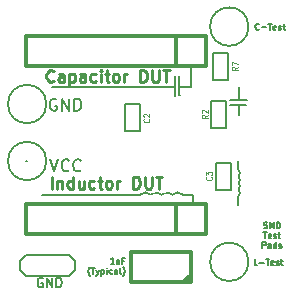
<source format=gto>
G04 (created by PCBNEW (2013-07-07 BZR 4022)-stable) date 2/2/2014 1:41:28 AM*
%MOIN*%
G04 Gerber Fmt 3.4, Leading zero omitted, Abs format*
%FSLAX34Y34*%
G01*
G70*
G90*
G04 APERTURE LIST*
%ADD10C,0.00590551*%
%ADD11C,0.005*%
%ADD12C,0.00984252*%
%ADD13C,0.00787402*%
%ADD14C,0.012*%
%ADD15C,0.008*%
%ADD16C,0.0045*%
%ADD17C,0.006*%
G04 APERTURE END LIST*
G54D10*
G54D11*
X84108Y-64631D02*
X84137Y-64640D01*
X84184Y-64640D01*
X84203Y-64631D01*
X84213Y-64621D01*
X84222Y-64602D01*
X84222Y-64583D01*
X84213Y-64564D01*
X84203Y-64555D01*
X84184Y-64545D01*
X84146Y-64536D01*
X84127Y-64526D01*
X84118Y-64517D01*
X84108Y-64498D01*
X84108Y-64479D01*
X84118Y-64460D01*
X84127Y-64450D01*
X84146Y-64440D01*
X84194Y-64440D01*
X84222Y-64450D01*
X84308Y-64640D02*
X84308Y-64440D01*
X84375Y-64583D01*
X84441Y-64440D01*
X84441Y-64640D01*
X84537Y-64640D02*
X84537Y-64440D01*
X84584Y-64440D01*
X84613Y-64450D01*
X84632Y-64469D01*
X84641Y-64488D01*
X84651Y-64526D01*
X84651Y-64555D01*
X84641Y-64593D01*
X84632Y-64612D01*
X84613Y-64631D01*
X84584Y-64640D01*
X84537Y-64640D01*
X84099Y-64770D02*
X84213Y-64770D01*
X84156Y-64970D02*
X84156Y-64770D01*
X84356Y-64961D02*
X84337Y-64970D01*
X84299Y-64970D01*
X84280Y-64961D01*
X84270Y-64942D01*
X84270Y-64866D01*
X84280Y-64847D01*
X84299Y-64837D01*
X84337Y-64837D01*
X84356Y-64847D01*
X84365Y-64866D01*
X84365Y-64885D01*
X84270Y-64904D01*
X84441Y-64961D02*
X84460Y-64970D01*
X84499Y-64970D01*
X84518Y-64961D01*
X84527Y-64942D01*
X84527Y-64932D01*
X84518Y-64913D01*
X84499Y-64904D01*
X84470Y-64904D01*
X84451Y-64894D01*
X84441Y-64875D01*
X84441Y-64866D01*
X84451Y-64847D01*
X84470Y-64837D01*
X84499Y-64837D01*
X84518Y-64847D01*
X84584Y-64837D02*
X84660Y-64837D01*
X84613Y-64770D02*
X84613Y-64942D01*
X84622Y-64961D01*
X84641Y-64970D01*
X84660Y-64970D01*
X84065Y-65300D02*
X84065Y-65100D01*
X84141Y-65100D01*
X84160Y-65110D01*
X84170Y-65120D01*
X84180Y-65139D01*
X84180Y-65167D01*
X84170Y-65186D01*
X84160Y-65196D01*
X84141Y-65205D01*
X84065Y-65205D01*
X84351Y-65300D02*
X84351Y-65196D01*
X84341Y-65177D01*
X84322Y-65167D01*
X84284Y-65167D01*
X84265Y-65177D01*
X84351Y-65291D02*
X84332Y-65300D01*
X84284Y-65300D01*
X84265Y-65291D01*
X84256Y-65272D01*
X84256Y-65253D01*
X84265Y-65234D01*
X84284Y-65224D01*
X84332Y-65224D01*
X84351Y-65215D01*
X84532Y-65300D02*
X84532Y-65100D01*
X84532Y-65291D02*
X84513Y-65300D01*
X84475Y-65300D01*
X84456Y-65291D01*
X84446Y-65281D01*
X84437Y-65262D01*
X84437Y-65205D01*
X84446Y-65186D01*
X84456Y-65177D01*
X84475Y-65167D01*
X84513Y-65167D01*
X84532Y-65177D01*
X84618Y-65291D02*
X84637Y-65300D01*
X84675Y-65300D01*
X84694Y-65291D01*
X84703Y-65272D01*
X84703Y-65262D01*
X84694Y-65243D01*
X84675Y-65234D01*
X84646Y-65234D01*
X84627Y-65224D01*
X84618Y-65205D01*
X84618Y-65196D01*
X84627Y-65177D01*
X84646Y-65167D01*
X84675Y-65167D01*
X84694Y-65177D01*
G54D12*
X77109Y-59721D02*
X77090Y-59740D01*
X77034Y-59759D01*
X76997Y-59759D01*
X76940Y-59740D01*
X76903Y-59703D01*
X76884Y-59665D01*
X76865Y-59590D01*
X76865Y-59534D01*
X76884Y-59459D01*
X76903Y-59421D01*
X76940Y-59384D01*
X76997Y-59365D01*
X77034Y-59365D01*
X77090Y-59384D01*
X77109Y-59403D01*
X77447Y-59759D02*
X77447Y-59553D01*
X77428Y-59515D01*
X77390Y-59496D01*
X77315Y-59496D01*
X77278Y-59515D01*
X77447Y-59740D02*
X77409Y-59759D01*
X77315Y-59759D01*
X77278Y-59740D01*
X77259Y-59703D01*
X77259Y-59665D01*
X77278Y-59628D01*
X77315Y-59609D01*
X77409Y-59609D01*
X77447Y-59590D01*
X77634Y-59496D02*
X77634Y-59890D01*
X77634Y-59515D02*
X77672Y-59496D01*
X77747Y-59496D01*
X77784Y-59515D01*
X77803Y-59534D01*
X77822Y-59571D01*
X77822Y-59684D01*
X77803Y-59721D01*
X77784Y-59740D01*
X77747Y-59759D01*
X77672Y-59759D01*
X77634Y-59740D01*
X78159Y-59759D02*
X78159Y-59553D01*
X78140Y-59515D01*
X78103Y-59496D01*
X78028Y-59496D01*
X77990Y-59515D01*
X78159Y-59740D02*
X78121Y-59759D01*
X78028Y-59759D01*
X77990Y-59740D01*
X77971Y-59703D01*
X77971Y-59665D01*
X77990Y-59628D01*
X78028Y-59609D01*
X78121Y-59609D01*
X78159Y-59590D01*
X78515Y-59740D02*
X78478Y-59759D01*
X78403Y-59759D01*
X78365Y-59740D01*
X78346Y-59721D01*
X78328Y-59684D01*
X78328Y-59571D01*
X78346Y-59534D01*
X78365Y-59515D01*
X78403Y-59496D01*
X78478Y-59496D01*
X78515Y-59515D01*
X78684Y-59759D02*
X78684Y-59496D01*
X78684Y-59365D02*
X78665Y-59384D01*
X78684Y-59403D01*
X78703Y-59384D01*
X78684Y-59365D01*
X78684Y-59403D01*
X78815Y-59496D02*
X78965Y-59496D01*
X78871Y-59365D02*
X78871Y-59703D01*
X78890Y-59740D01*
X78928Y-59759D01*
X78965Y-59759D01*
X79153Y-59759D02*
X79115Y-59740D01*
X79096Y-59721D01*
X79078Y-59684D01*
X79078Y-59571D01*
X79096Y-59534D01*
X79115Y-59515D01*
X79153Y-59496D01*
X79209Y-59496D01*
X79246Y-59515D01*
X79265Y-59534D01*
X79284Y-59571D01*
X79284Y-59684D01*
X79265Y-59721D01*
X79246Y-59740D01*
X79209Y-59759D01*
X79153Y-59759D01*
X79453Y-59759D02*
X79453Y-59496D01*
X79453Y-59571D02*
X79471Y-59534D01*
X79490Y-59515D01*
X79528Y-59496D01*
X79565Y-59496D01*
X79996Y-59759D02*
X79996Y-59365D01*
X80090Y-59365D01*
X80146Y-59384D01*
X80184Y-59421D01*
X80202Y-59459D01*
X80221Y-59534D01*
X80221Y-59590D01*
X80202Y-59665D01*
X80184Y-59703D01*
X80146Y-59740D01*
X80090Y-59759D01*
X79996Y-59759D01*
X80390Y-59365D02*
X80390Y-59684D01*
X80409Y-59721D01*
X80427Y-59740D01*
X80465Y-59759D01*
X80540Y-59759D01*
X80577Y-59740D01*
X80596Y-59721D01*
X80615Y-59684D01*
X80615Y-59365D01*
X80746Y-59365D02*
X80971Y-59365D01*
X80859Y-59759D02*
X80859Y-59365D01*
G54D13*
X81140Y-59920D02*
X77060Y-59920D01*
X81140Y-60220D02*
X81160Y-60220D01*
X81140Y-59560D02*
X81140Y-60220D01*
X81300Y-60200D02*
X81320Y-60200D01*
X81300Y-59580D02*
X81300Y-60200D01*
X81300Y-59920D02*
X81300Y-59900D01*
X81700Y-59920D02*
X81300Y-59920D01*
X81700Y-59260D02*
X81700Y-59920D01*
G54D12*
X77041Y-63319D02*
X77041Y-62925D01*
X77228Y-63056D02*
X77228Y-63319D01*
X77228Y-63094D02*
X77247Y-63075D01*
X77285Y-63056D01*
X77341Y-63056D01*
X77378Y-63075D01*
X77397Y-63113D01*
X77397Y-63319D01*
X77753Y-63319D02*
X77753Y-62925D01*
X77753Y-63300D02*
X77716Y-63319D01*
X77641Y-63319D01*
X77603Y-63300D01*
X77585Y-63281D01*
X77566Y-63244D01*
X77566Y-63131D01*
X77585Y-63094D01*
X77603Y-63075D01*
X77641Y-63056D01*
X77716Y-63056D01*
X77753Y-63075D01*
X78110Y-63056D02*
X78110Y-63319D01*
X77941Y-63056D02*
X77941Y-63263D01*
X77960Y-63300D01*
X77997Y-63319D01*
X78053Y-63319D01*
X78091Y-63300D01*
X78110Y-63281D01*
X78466Y-63300D02*
X78428Y-63319D01*
X78353Y-63319D01*
X78316Y-63300D01*
X78297Y-63281D01*
X78278Y-63244D01*
X78278Y-63131D01*
X78297Y-63094D01*
X78316Y-63075D01*
X78353Y-63056D01*
X78428Y-63056D01*
X78466Y-63075D01*
X78578Y-63056D02*
X78728Y-63056D01*
X78635Y-62925D02*
X78635Y-63263D01*
X78653Y-63300D01*
X78691Y-63319D01*
X78728Y-63319D01*
X78916Y-63319D02*
X78878Y-63300D01*
X78860Y-63281D01*
X78841Y-63244D01*
X78841Y-63131D01*
X78860Y-63094D01*
X78878Y-63075D01*
X78916Y-63056D01*
X78972Y-63056D01*
X79009Y-63075D01*
X79028Y-63094D01*
X79047Y-63131D01*
X79047Y-63244D01*
X79028Y-63281D01*
X79009Y-63300D01*
X78972Y-63319D01*
X78916Y-63319D01*
X79216Y-63319D02*
X79216Y-63056D01*
X79216Y-63131D02*
X79234Y-63094D01*
X79253Y-63075D01*
X79291Y-63056D01*
X79328Y-63056D01*
X79759Y-63319D02*
X79759Y-62925D01*
X79853Y-62925D01*
X79909Y-62944D01*
X79947Y-62981D01*
X79966Y-63019D01*
X79984Y-63094D01*
X79984Y-63150D01*
X79966Y-63225D01*
X79947Y-63263D01*
X79909Y-63300D01*
X79853Y-63319D01*
X79759Y-63319D01*
X80153Y-62925D02*
X80153Y-63244D01*
X80172Y-63281D01*
X80191Y-63300D01*
X80228Y-63319D01*
X80303Y-63319D01*
X80341Y-63300D01*
X80359Y-63281D01*
X80378Y-63244D01*
X80378Y-62925D01*
X80509Y-62925D02*
X80734Y-62925D01*
X80622Y-63319D02*
X80622Y-62925D01*
G54D13*
X79320Y-63520D02*
X76720Y-63520D01*
X81740Y-63860D02*
X81720Y-63860D01*
X81740Y-63520D02*
X81740Y-63860D01*
X79980Y-63520D02*
X79320Y-63520D01*
X81420Y-63520D02*
X81740Y-63520D01*
X81060Y-63520D02*
G75*
G03X80700Y-63520I-180J-180D01*
G74*
G01*
X81420Y-63520D02*
G75*
G03X81060Y-63520I-180J-180D01*
G74*
G01*
X80700Y-63520D02*
G75*
G03X80340Y-63520I-180J-180D01*
G74*
G01*
X80340Y-63520D02*
G75*
G03X79980Y-63520I-180J-180D01*
G74*
G01*
G54D11*
X79129Y-65820D02*
X79015Y-65820D01*
X79072Y-65820D02*
X79072Y-65620D01*
X79053Y-65649D01*
X79034Y-65668D01*
X79015Y-65678D01*
X79215Y-65687D02*
X79215Y-65820D01*
X79215Y-65706D02*
X79224Y-65697D01*
X79243Y-65687D01*
X79272Y-65687D01*
X79291Y-65697D01*
X79300Y-65716D01*
X79300Y-65820D01*
X79462Y-65716D02*
X79396Y-65716D01*
X79396Y-65820D02*
X79396Y-65620D01*
X79491Y-65620D01*
X78319Y-66227D02*
X78310Y-66217D01*
X78291Y-66189D01*
X78281Y-66170D01*
X78272Y-66141D01*
X78262Y-66093D01*
X78262Y-66055D01*
X78272Y-66008D01*
X78281Y-65979D01*
X78291Y-65960D01*
X78310Y-65931D01*
X78319Y-65922D01*
X78367Y-65950D02*
X78481Y-65950D01*
X78424Y-66150D02*
X78424Y-65950D01*
X78529Y-66017D02*
X78577Y-66150D01*
X78624Y-66017D02*
X78577Y-66150D01*
X78558Y-66198D01*
X78548Y-66208D01*
X78529Y-66217D01*
X78700Y-66017D02*
X78700Y-66217D01*
X78700Y-66027D02*
X78719Y-66017D01*
X78758Y-66017D01*
X78777Y-66027D01*
X78786Y-66036D01*
X78796Y-66055D01*
X78796Y-66112D01*
X78786Y-66131D01*
X78777Y-66141D01*
X78758Y-66150D01*
X78719Y-66150D01*
X78700Y-66141D01*
X78881Y-66150D02*
X78881Y-66017D01*
X78881Y-65950D02*
X78872Y-65960D01*
X78881Y-65970D01*
X78891Y-65960D01*
X78881Y-65950D01*
X78881Y-65970D01*
X79062Y-66141D02*
X79043Y-66150D01*
X79005Y-66150D01*
X78986Y-66141D01*
X78977Y-66131D01*
X78967Y-66112D01*
X78967Y-66055D01*
X78977Y-66036D01*
X78986Y-66027D01*
X79005Y-66017D01*
X79043Y-66017D01*
X79062Y-66027D01*
X79234Y-66150D02*
X79234Y-66046D01*
X79224Y-66027D01*
X79205Y-66017D01*
X79167Y-66017D01*
X79148Y-66027D01*
X79234Y-66141D02*
X79215Y-66150D01*
X79167Y-66150D01*
X79148Y-66141D01*
X79139Y-66122D01*
X79139Y-66103D01*
X79148Y-66084D01*
X79167Y-66074D01*
X79215Y-66074D01*
X79234Y-66065D01*
X79358Y-66150D02*
X79339Y-66141D01*
X79329Y-66122D01*
X79329Y-65950D01*
X79415Y-66227D02*
X79424Y-66217D01*
X79443Y-66189D01*
X79453Y-66170D01*
X79462Y-66141D01*
X79472Y-66093D01*
X79472Y-66055D01*
X79462Y-66008D01*
X79453Y-65979D01*
X79443Y-65960D01*
X79424Y-65931D01*
X79415Y-65922D01*
G54D13*
X76220Y-62400D02*
X76200Y-62400D01*
G54D11*
X83010Y-62450D02*
X83010Y-63350D01*
X83010Y-63350D02*
X82510Y-63350D01*
X82510Y-63350D02*
X82510Y-62450D01*
X82510Y-62450D02*
X83010Y-62450D01*
X82430Y-59690D02*
X82430Y-58790D01*
X82430Y-58790D02*
X82930Y-58790D01*
X82930Y-58790D02*
X82930Y-59690D01*
X82930Y-59690D02*
X82430Y-59690D01*
X82850Y-60390D02*
X82850Y-61290D01*
X82850Y-61290D02*
X82350Y-61290D01*
X82350Y-61290D02*
X82350Y-60390D01*
X82350Y-60390D02*
X82850Y-60390D01*
X79470Y-61410D02*
X79470Y-60510D01*
X79470Y-60510D02*
X79970Y-60510D01*
X79970Y-60510D02*
X79970Y-61410D01*
X79970Y-61410D02*
X79470Y-61410D01*
G54D14*
X81660Y-66440D02*
X79680Y-66440D01*
X79680Y-66440D02*
X79680Y-65440D01*
X79680Y-65440D02*
X81680Y-65440D01*
X81680Y-65440D02*
X81680Y-66440D01*
X81680Y-66190D02*
X81430Y-66440D01*
G54D10*
X83600Y-57920D02*
G75*
G03X83600Y-57920I-640J0D01*
G74*
G01*
X83600Y-65760D02*
G75*
G03X83600Y-65760I-640J0D01*
G74*
G01*
X83260Y-62670D02*
X83260Y-62410D01*
X83260Y-63580D02*
X83260Y-63860D01*
X83270Y-63570D02*
G75*
G03X83270Y-63350I-110J110D01*
G74*
G01*
X83270Y-63350D02*
G75*
G03X83270Y-63130I-110J110D01*
G74*
G01*
X83270Y-62910D02*
G75*
G03X83270Y-62690I-110J110D01*
G74*
G01*
X83270Y-63130D02*
G75*
G03X83270Y-62910I-110J110D01*
G74*
G01*
X83280Y-60530D02*
X83280Y-60880D01*
X82990Y-60530D02*
X83530Y-60530D01*
X82980Y-60380D02*
X83540Y-60380D01*
X83280Y-59930D02*
X83280Y-60380D01*
X76860Y-60500D02*
G75*
G03X76860Y-60500I-640J0D01*
G74*
G01*
X76860Y-62400D02*
G75*
G03X76860Y-62400I-640J0D01*
G74*
G01*
G54D14*
X82180Y-63840D02*
X82180Y-64840D01*
X82180Y-64840D02*
X76180Y-64840D01*
X76180Y-64840D02*
X76180Y-63840D01*
X76180Y-63840D02*
X82180Y-63840D01*
X81180Y-63840D02*
X81180Y-64840D01*
X82180Y-58240D02*
X82180Y-59240D01*
X82180Y-59240D02*
X76180Y-59240D01*
X76180Y-59240D02*
X76180Y-58240D01*
X76180Y-58240D02*
X82180Y-58240D01*
X81180Y-58240D02*
X81180Y-59240D01*
G54D15*
X76170Y-65530D02*
X77620Y-65530D01*
X77620Y-65530D02*
X77820Y-65730D01*
X77820Y-65730D02*
X77820Y-66030D01*
X77820Y-66030D02*
X77620Y-66230D01*
X77620Y-66230D02*
X76170Y-66230D01*
X76170Y-66230D02*
X75970Y-66030D01*
X75970Y-66030D02*
X75970Y-65730D01*
X75970Y-65730D02*
X76170Y-65530D01*
G54D16*
X82361Y-62930D02*
X82371Y-62938D01*
X82380Y-62964D01*
X82380Y-62981D01*
X82371Y-63007D01*
X82352Y-63024D01*
X82333Y-63032D01*
X82295Y-63041D01*
X82266Y-63041D01*
X82228Y-63032D01*
X82209Y-63024D01*
X82190Y-63007D01*
X82180Y-62981D01*
X82180Y-62964D01*
X82190Y-62938D01*
X82200Y-62930D01*
X82180Y-62870D02*
X82180Y-62758D01*
X82257Y-62818D01*
X82257Y-62792D01*
X82266Y-62775D01*
X82276Y-62767D01*
X82295Y-62758D01*
X82342Y-62758D01*
X82361Y-62767D01*
X82371Y-62775D01*
X82380Y-62792D01*
X82380Y-62844D01*
X82371Y-62861D01*
X82361Y-62870D01*
X83240Y-59270D02*
X83145Y-59330D01*
X83240Y-59372D02*
X83040Y-59372D01*
X83040Y-59304D01*
X83050Y-59287D01*
X83060Y-59278D01*
X83079Y-59270D01*
X83107Y-59270D01*
X83126Y-59278D01*
X83136Y-59287D01*
X83145Y-59304D01*
X83145Y-59372D01*
X83040Y-59210D02*
X83040Y-59090D01*
X83240Y-59167D01*
X82240Y-60870D02*
X82145Y-60930D01*
X82240Y-60972D02*
X82040Y-60972D01*
X82040Y-60904D01*
X82050Y-60887D01*
X82060Y-60878D01*
X82079Y-60870D01*
X82107Y-60870D01*
X82126Y-60878D01*
X82136Y-60887D01*
X82145Y-60904D01*
X82145Y-60972D01*
X82060Y-60801D02*
X82050Y-60792D01*
X82040Y-60775D01*
X82040Y-60732D01*
X82050Y-60715D01*
X82060Y-60707D01*
X82079Y-60698D01*
X82098Y-60698D01*
X82126Y-60707D01*
X82240Y-60810D01*
X82240Y-60698D01*
X80281Y-60990D02*
X80291Y-60998D01*
X80300Y-61024D01*
X80300Y-61041D01*
X80291Y-61067D01*
X80272Y-61084D01*
X80253Y-61092D01*
X80215Y-61101D01*
X80186Y-61101D01*
X80148Y-61092D01*
X80129Y-61084D01*
X80110Y-61067D01*
X80100Y-61041D01*
X80100Y-61024D01*
X80110Y-60998D01*
X80120Y-60990D01*
X80120Y-60921D02*
X80110Y-60912D01*
X80100Y-60895D01*
X80100Y-60852D01*
X80110Y-60835D01*
X80120Y-60827D01*
X80139Y-60818D01*
X80158Y-60818D01*
X80186Y-60827D01*
X80300Y-60930D01*
X80300Y-60818D01*
G54D11*
X83958Y-58001D02*
X83948Y-58011D01*
X83920Y-58020D01*
X83900Y-58020D01*
X83872Y-58011D01*
X83853Y-57992D01*
X83843Y-57973D01*
X83834Y-57935D01*
X83834Y-57906D01*
X83843Y-57868D01*
X83853Y-57849D01*
X83872Y-57830D01*
X83900Y-57820D01*
X83920Y-57820D01*
X83948Y-57830D01*
X83958Y-57840D01*
X84043Y-57944D02*
X84196Y-57944D01*
X84262Y-57820D02*
X84377Y-57820D01*
X84320Y-58020D02*
X84320Y-57820D01*
X84520Y-58011D02*
X84500Y-58020D01*
X84462Y-58020D01*
X84443Y-58011D01*
X84434Y-57992D01*
X84434Y-57916D01*
X84443Y-57897D01*
X84462Y-57887D01*
X84500Y-57887D01*
X84520Y-57897D01*
X84529Y-57916D01*
X84529Y-57935D01*
X84434Y-57954D01*
X84605Y-58011D02*
X84624Y-58020D01*
X84662Y-58020D01*
X84681Y-58011D01*
X84691Y-57992D01*
X84691Y-57982D01*
X84681Y-57963D01*
X84662Y-57954D01*
X84634Y-57954D01*
X84615Y-57944D01*
X84605Y-57925D01*
X84605Y-57916D01*
X84615Y-57897D01*
X84634Y-57887D01*
X84662Y-57887D01*
X84681Y-57897D01*
X84748Y-57887D02*
X84824Y-57887D01*
X84777Y-57820D02*
X84777Y-57992D01*
X84786Y-58011D01*
X84805Y-58020D01*
X84824Y-58020D01*
X83898Y-65860D02*
X83802Y-65860D01*
X83802Y-65660D01*
X83964Y-65784D02*
X84117Y-65784D01*
X84183Y-65660D02*
X84298Y-65660D01*
X84240Y-65860D02*
X84240Y-65660D01*
X84440Y-65851D02*
X84421Y-65860D01*
X84383Y-65860D01*
X84364Y-65851D01*
X84355Y-65832D01*
X84355Y-65756D01*
X84364Y-65737D01*
X84383Y-65727D01*
X84421Y-65727D01*
X84440Y-65737D01*
X84450Y-65756D01*
X84450Y-65775D01*
X84355Y-65794D01*
X84526Y-65851D02*
X84545Y-65860D01*
X84583Y-65860D01*
X84602Y-65851D01*
X84612Y-65832D01*
X84612Y-65822D01*
X84602Y-65803D01*
X84583Y-65794D01*
X84555Y-65794D01*
X84536Y-65784D01*
X84526Y-65765D01*
X84526Y-65756D01*
X84536Y-65737D01*
X84555Y-65727D01*
X84583Y-65727D01*
X84602Y-65737D01*
X84669Y-65727D02*
X84745Y-65727D01*
X84698Y-65660D02*
X84698Y-65832D01*
X84707Y-65851D01*
X84726Y-65860D01*
X84745Y-65860D01*
G54D10*
X77200Y-60344D02*
X77162Y-60325D01*
X77106Y-60325D01*
X77050Y-60344D01*
X77012Y-60381D01*
X76993Y-60419D01*
X76975Y-60494D01*
X76975Y-60550D01*
X76993Y-60625D01*
X77012Y-60663D01*
X77050Y-60700D01*
X77106Y-60719D01*
X77143Y-60719D01*
X77200Y-60700D01*
X77218Y-60681D01*
X77218Y-60550D01*
X77143Y-60550D01*
X77387Y-60719D02*
X77387Y-60325D01*
X77612Y-60719D01*
X77612Y-60325D01*
X77799Y-60719D02*
X77799Y-60325D01*
X77893Y-60325D01*
X77949Y-60344D01*
X77987Y-60381D01*
X78006Y-60419D01*
X78024Y-60494D01*
X78024Y-60550D01*
X78006Y-60625D01*
X77987Y-60663D01*
X77949Y-60700D01*
X77893Y-60719D01*
X77799Y-60719D01*
X76995Y-62345D02*
X77126Y-62739D01*
X77257Y-62345D01*
X77613Y-62701D02*
X77594Y-62720D01*
X77538Y-62739D01*
X77501Y-62739D01*
X77445Y-62720D01*
X77407Y-62683D01*
X77388Y-62645D01*
X77370Y-62570D01*
X77370Y-62514D01*
X77388Y-62439D01*
X77407Y-62401D01*
X77445Y-62364D01*
X77501Y-62345D01*
X77538Y-62345D01*
X77594Y-62364D01*
X77613Y-62383D01*
X78007Y-62701D02*
X77988Y-62720D01*
X77932Y-62739D01*
X77894Y-62739D01*
X77838Y-62720D01*
X77801Y-62683D01*
X77782Y-62645D01*
X77763Y-62570D01*
X77763Y-62514D01*
X77782Y-62439D01*
X77801Y-62401D01*
X77838Y-62364D01*
X77894Y-62345D01*
X77932Y-62345D01*
X77988Y-62364D01*
X78007Y-62383D01*
G54D17*
X76741Y-66315D02*
X76712Y-66301D01*
X76670Y-66301D01*
X76627Y-66315D01*
X76598Y-66344D01*
X76584Y-66372D01*
X76570Y-66430D01*
X76570Y-66472D01*
X76584Y-66530D01*
X76598Y-66558D01*
X76627Y-66587D01*
X76670Y-66601D01*
X76698Y-66601D01*
X76741Y-66587D01*
X76755Y-66572D01*
X76755Y-66472D01*
X76698Y-66472D01*
X76884Y-66601D02*
X76884Y-66301D01*
X77055Y-66601D01*
X77055Y-66301D01*
X77198Y-66601D02*
X77198Y-66301D01*
X77270Y-66301D01*
X77312Y-66315D01*
X77341Y-66344D01*
X77355Y-66372D01*
X77370Y-66430D01*
X77370Y-66472D01*
X77355Y-66530D01*
X77341Y-66558D01*
X77312Y-66587D01*
X77270Y-66601D01*
X77198Y-66601D01*
M02*

</source>
